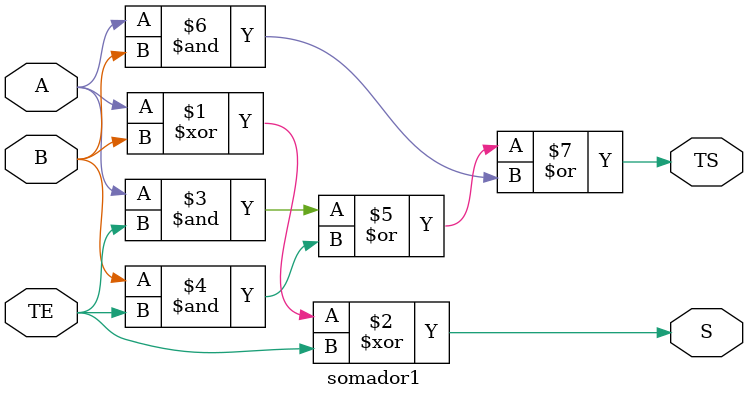
<source format=v>
/*
Nomes: Pedro Augusto, Tulio Horta
Projeto: somador de 1 bit
Data: 29/09/2022
*/

module somador1(A,B,TE,TS,S);

	input A,B,TE;
	
	output S,TS;
	
	assign S = A ^ B ^ TE;
	assign TS = (A&TE) | (B&TE) | (A&B);
	
endmodule

</source>
